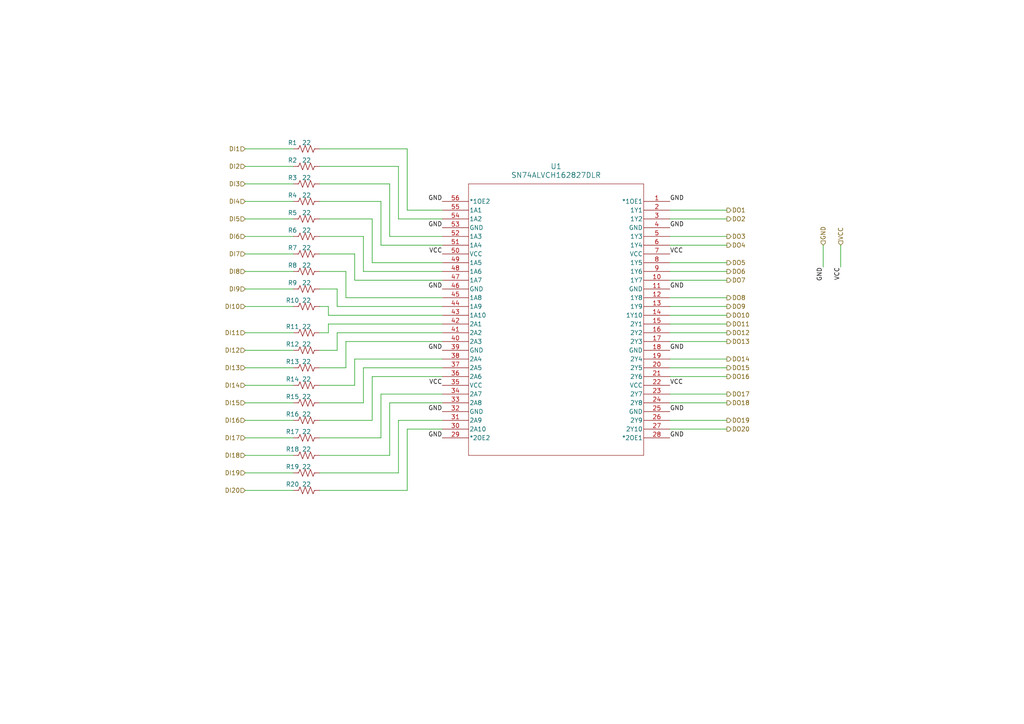
<source format=kicad_sch>
(kicad_sch (version 20231120) (generator "eeschema") (generator_version "8.0")
  (paper "A4")
  (lib_symbols
    (symbol "74ALVCH:SN74ALVCH162827DLR" (pin_names (offset 0.254))
      (property "Reference" "U" (at 33.02 10.16 0))
      (property "Value" "SN74ALVCH162827DLR" (at 33.02 7.62 0))
      (symbol "SN74ALVCH162827DLR_0_1"
        (polyline (pts (xy 7.62 -73.66) (xy 58.42 -73.66)) (stroke (width 0.127)))
        (polyline (pts (xy 7.62 5.08) (xy 7.62 -73.66)) (stroke (width 0.127)))
        (polyline (pts (xy 58.42 -73.66) (xy 58.42 5.08)) (stroke (width 0.127)))
        (polyline (pts (xy 58.42 5.08) (xy 7.62 5.08)) (stroke (width 0.127)))
        (pin input line (at 0 0 0) (length 7.62) (name "*1OE1") (number "1"))
        (pin output line (at 0 -22.86 0) (length 7.62) (name "1Y7") (number "10"))
        (pin power_in line (at 0 -25.4 0) (length 7.62) (name "GND") (number "11"))
        (pin output line (at 0 -27.94 0) (length 7.62) (name "1Y8") (number "12"))
        (pin output line (at 0 -30.48 0) (length 7.62) (name "1Y9") (number "13"))
        (pin output line (at 0 -33.02 0) (length 7.62) (name "1Y10") (number "14"))
        (pin output line (at 0 -35.56 0) (length 7.62) (name "2Y1") (number "15"))
        (pin output line (at 0 -38.1 0) (length 7.62) (name "2Y2") (number "16"))
        (pin output line (at 0 -40.64 0) (length 7.62) (name "2Y3") (number "17"))
        (pin power_in line (at 0 -43.18 0) (length 7.62) (name "GND") (number "18"))
        (pin output line (at 0 -45.72 0) (length 7.62) (name "2Y4") (number "19"))
        (pin output line (at 0 -2.54 0) (length 7.62) (name "1Y1") (number "2"))
        (pin output line (at 0 -48.26 0) (length 7.62) (name "2Y5") (number "20"))
        (pin output line (at 0 -50.8 0) (length 7.62) (name "2Y6") (number "21"))
        (pin power_in line (at 0 -53.34 0) (length 7.62) (name "VCC") (number "22"))
        (pin output line (at 0 -55.88 0) (length 7.62) (name "2Y7") (number "23"))
        (pin output line (at 0 -58.42 0) (length 7.62) (name "2Y8") (number "24"))
        (pin power_in line (at 0 -60.96 0) (length 7.62) (name "GND") (number "25"))
        (pin output line (at 0 -63.5 0) (length 7.62) (name "2Y9") (number "26"))
        (pin output line (at 0 -66.04 0) (length 7.62) (name "2Y10") (number "27"))
        (pin input line (at 0 -68.58 0) (length 7.62) (name "*2OE1") (number "28"))
        (pin input line (at 66.04 -68.58 180) (length 7.62) (name "*2OE2") (number "29"))
        (pin output line (at 0 -5.08 0) (length 7.62) (name "1Y2") (number "3"))
        (pin input line (at 66.04 -66.04 180) (length 7.62) (name "2A10") (number "30"))
        (pin input line (at 66.04 -63.5 180) (length 7.62) (name "2A9") (number "31"))
        (pin power_in line (at 66.04 -60.96 180) (length 7.62) (name "GND") (number "32"))
        (pin input line (at 66.04 -58.42 180) (length 7.62) (name "2A8") (number "33"))
        (pin input line (at 66.04 -55.88 180) (length 7.62) (name "2A7") (number "34"))
        (pin power_in line (at 66.04 -53.34 180) (length 7.62) (name "VCC") (number "35"))
        (pin input line (at 66.04 -50.8 180) (length 7.62) (name "2A6") (number "36"))
        (pin input line (at 66.04 -48.26 180) (length 7.62) (name "2A5") (number "37"))
        (pin input line (at 66.04 -45.72 180) (length 7.62) (name "2A4") (number "38"))
        (pin power_in line (at 66.04 -43.18 180) (length 7.62) (name "GND") (number "39"))
        (pin power_in line (at 0 -7.62 0) (length 7.62) (name "GND") (number "4"))
        (pin input line (at 66.04 -40.64 180) (length 7.62) (name "2A3") (number "40"))
        (pin input line (at 66.04 -38.1 180) (length 7.62) (name "2A2") (number "41"))
        (pin input line (at 66.04 -35.56 180) (length 7.62) (name "2A1") (number "42"))
        (pin input line (at 66.04 -33.02 180) (length 7.62) (name "1A10") (number "43"))
        (pin input line (at 66.04 -30.48 180) (length 7.62) (name "1A9") (number "44"))
        (pin input line (at 66.04 -27.94 180) (length 7.62) (name "1A8") (number "45"))
        (pin power_in line (at 66.04 -25.4 180) (length 7.62) (name "GND") (number "46"))
        (pin input line (at 66.04 -22.86 180) (length 7.62) (name "1A7") (number "47"))
        (pin input line (at 66.04 -20.32 180) (length 7.62) (name "1A6") (number "48"))
        (pin input line (at 66.04 -17.78 180) (length 7.62) (name "1A5") (number "49"))
        (pin output line (at 0 -10.16 0) (length 7.62) (name "1Y3") (number "5"))
        (pin power_in line (at 66.04 -15.24 180) (length 7.62) (name "VCC") (number "50"))
        (pin input line (at 66.04 -12.7 180) (length 7.62) (name "1A4") (number "51"))
        (pin input line (at 66.04 -10.16 180) (length 7.62) (name "1A3") (number "52"))
        (pin power_in line (at 66.04 -7.62 180) (length 7.62) (name "GND") (number "53"))
        (pin input line (at 66.04 -5.08 180) (length 7.62) (name "1A2") (number "54"))
        (pin input line (at 66.04 -2.54 180) (length 7.62) (name "1A1") (number "55"))
        (pin input line (at 66.04 0 180) (length 7.62) (name "*1OE2") (number "56"))
        (pin output line (at 0 -12.7 0) (length 7.62) (name "1Y4") (number "6"))
        (pin power_in line (at 0 -15.24 0) (length 7.62) (name "VCC") (number "7"))
        (pin output line (at 0 -17.78 0) (length 7.62) (name "1Y5") (number "8"))
        (pin output line (at 0 -20.32 0) (length 7.62) (name "1Y6") (number "9"))
      )
    )
    (symbol "Device:R_US" (pin_numbers hide) (pin_names (offset 0))
      (property "Reference" "R" (at 2.54 0 90))
      (property "Value" "R_US" (at -2.54 0 90))
      (symbol "R_US_0_1"
        (polyline (pts (xy 0 -2.286) (xy 0 -2.54)))
        (polyline (pts (xy 0 2.286) (xy 0 2.54)))
        (polyline (pts (xy 0 -0.762) (xy 1.016 -1.143) (xy 0 -1.524) (xy -1.016 -1.905) (xy 0 -2.286)))
        (polyline (pts (xy 0 0.762) (xy 1.016 0.381) (xy 0 0) (xy -1.016 -0.381) (xy 0 -0.762)))
        (polyline (pts (xy 0 2.286) (xy 1.016 1.905) (xy 0 1.524) (xy -1.016 1.143) (xy 0 0.762)))
      )
      (symbol "R_US_1_1"
        (pin passive line (at 0 3.81 270) (length 1.27) (name "~") (number "1"))
        (pin passive line (at 0 -3.81 90) (length 1.27) (name "~") (number "2"))
      )
    )
  )
  (wire (pts (xy 128.27 91.44) (xy 95.25 91.44)))
  (wire (pts (xy 100.33 78.74) (xy 92.71 78.74)))
  (wire (pts (xy 194.31 104.14) (xy 210.82 104.14)))
  (wire (pts (xy 71.12 53.34) (xy 85.09 53.34)))
  (wire (pts (xy 71.12 127) (xy 85.09 127)))
  (wire (pts (xy 128.27 121.92) (xy 115.57 121.92)))
  (wire (pts (xy 100.33 99.06) (xy 100.33 106.68)))
  (wire (pts (xy 71.12 88.9) (xy 85.09 88.9)))
  (wire (pts (xy 128.27 81.28) (xy 102.87 81.28)))
  (wire (pts (xy 128.27 99.06) (xy 100.33 99.06)))
  (wire (pts (xy 128.27 116.84) (xy 113.03 116.84)))
  (wire (pts (xy 113.03 68.58) (xy 128.27 68.58)))
  (wire (pts (xy 71.12 96.52) (xy 85.09 96.52)))
  (wire (pts (xy 194.31 114.3) (xy 210.82 114.3)))
  (wire (pts (xy 128.27 114.3) (xy 110.49 114.3)))
  (wire (pts (xy 102.87 73.66) (xy 92.71 73.66)))
  (wire (pts (xy 128.27 106.68) (xy 105.41 106.68)))
  (wire (pts (xy 194.31 121.92) (xy 210.82 121.92)))
  (wire (pts (xy 115.57 63.5) (xy 115.57 48.26)))
  (wire (pts (xy 115.57 137.16) (xy 92.71 137.16)))
  (wire (pts (xy 107.95 76.2) (xy 107.95 63.5)))
  (wire (pts (xy 128.27 76.2) (xy 107.95 76.2)))
  (wire (pts (xy 105.41 78.74) (xy 105.41 68.58)))
  (wire (pts (xy 110.49 58.42) (xy 92.71 58.42)))
  (wire (pts (xy 100.33 86.36) (xy 100.33 78.74)))
  (wire (pts (xy 71.12 137.16) (xy 85.09 137.16)))
  (wire (pts (xy 71.12 142.24) (xy 85.09 142.24)))
  (wire (pts (xy 128.27 63.5) (xy 115.57 63.5)))
  (wire (pts (xy 194.31 81.28) (xy 210.82 81.28)))
  (wire (pts (xy 71.12 83.82) (xy 85.09 83.82)))
  (wire (pts (xy 71.12 68.58) (xy 85.09 68.58)))
  (wire (pts (xy 238.76 71.12) (xy 238.76 77.47)))
  (wire (pts (xy 128.27 96.52) (xy 97.79 96.52)))
  (wire (pts (xy 102.87 81.28) (xy 102.87 73.66)))
  (wire (pts (xy 71.12 78.74) (xy 85.09 78.74)))
  (wire (pts (xy 71.12 121.92) (xy 85.09 121.92)))
  (wire (pts (xy 71.12 73.66) (xy 85.09 73.66)))
  (wire (pts (xy 97.79 101.6) (xy 92.71 101.6)))
  (wire (pts (xy 92.71 83.82) (xy 97.79 83.82)))
  (wire (pts (xy 128.27 86.36) (xy 100.33 86.36)))
  (wire (pts (xy 194.31 93.98) (xy 210.82 93.98)))
  (wire (pts (xy 95.25 93.98) (xy 95.25 96.52)))
  (wire (pts (xy 71.12 43.18) (xy 85.09 43.18)))
  (wire (pts (xy 71.12 116.84) (xy 85.09 116.84)))
  (wire (pts (xy 194.31 106.68) (xy 210.82 106.68)))
  (wire (pts (xy 194.31 116.84) (xy 210.82 116.84)))
  (wire (pts (xy 102.87 104.14) (xy 102.87 111.76)))
  (wire (pts (xy 128.27 104.14) (xy 102.87 104.14)))
  (wire (pts (xy 105.41 106.68) (xy 105.41 116.84)))
  (wire (pts (xy 71.12 63.5) (xy 85.09 63.5)))
  (wire (pts (xy 194.31 88.9) (xy 210.82 88.9)))
  (wire (pts (xy 113.03 53.34) (xy 92.71 53.34)))
  (wire (pts (xy 102.87 111.76) (xy 92.71 111.76)))
  (wire (pts (xy 71.12 111.76) (xy 85.09 111.76)))
  (wire (pts (xy 107.95 109.22) (xy 107.95 121.92)))
  (wire (pts (xy 71.12 48.26) (xy 85.09 48.26)))
  (wire (pts (xy 194.31 86.36) (xy 210.82 86.36)))
  (wire (pts (xy 110.49 71.12) (xy 110.49 58.42)))
  (wire (pts (xy 194.31 91.44) (xy 210.82 91.44)))
  (wire (pts (xy 194.31 109.22) (xy 210.82 109.22)))
  (wire (pts (xy 128.27 78.74) (xy 105.41 78.74)))
  (wire (pts (xy 194.31 124.46) (xy 210.82 124.46)))
  (wire (pts (xy 110.49 114.3) (xy 110.49 127)))
  (wire (pts (xy 118.11 124.46) (xy 118.11 142.24)))
  (wire (pts (xy 128.27 71.12) (xy 110.49 71.12)))
  (wire (pts (xy 194.31 76.2) (xy 210.82 76.2)))
  (wire (pts (xy 194.31 78.74) (xy 210.82 78.74)))
  (wire (pts (xy 118.11 142.24) (xy 92.71 142.24)))
  (wire (pts (xy 115.57 121.92) (xy 115.57 137.16)))
  (wire (pts (xy 194.31 60.96) (xy 210.82 60.96)))
  (wire (pts (xy 243.84 71.12) (xy 243.84 77.47)))
  (wire (pts (xy 92.71 68.58) (xy 105.41 68.58)))
  (wire (pts (xy 95.25 91.44) (xy 95.25 88.9)))
  (wire (pts (xy 97.79 83.82) (xy 97.79 88.9)))
  (wire (pts (xy 97.79 88.9) (xy 128.27 88.9)))
  (wire (pts (xy 128.27 109.22) (xy 107.95 109.22)))
  (wire (pts (xy 115.57 48.26) (xy 92.71 48.26)))
  (wire (pts (xy 128.27 93.98) (xy 95.25 93.98)))
  (wire (pts (xy 71.12 106.68) (xy 85.09 106.68)))
  (wire (pts (xy 107.95 63.5) (xy 92.71 63.5)))
  (wire (pts (xy 113.03 68.58) (xy 113.03 53.34)))
  (wire (pts (xy 71.12 58.42) (xy 85.09 58.42)))
  (wire (pts (xy 100.33 106.68) (xy 92.71 106.68)))
  (wire (pts (xy 113.03 132.08) (xy 92.71 132.08)))
  (wire (pts (xy 118.11 43.18) (xy 118.11 60.96)))
  (wire (pts (xy 92.71 43.18) (xy 118.11 43.18)))
  (wire (pts (xy 113.03 116.84) (xy 113.03 132.08)))
  (wire (pts (xy 118.11 60.96) (xy 128.27 60.96)))
  (wire (pts (xy 110.49 127) (xy 92.71 127)))
  (wire (pts (xy 194.31 99.06) (xy 210.82 99.06)))
  (wire (pts (xy 128.27 124.46) (xy 118.11 124.46)))
  (wire (pts (xy 107.95 121.92) (xy 92.71 121.92)))
  (wire (pts (xy 194.31 63.5) (xy 210.82 63.5)))
  (wire (pts (xy 71.12 132.08) (xy 85.09 132.08)))
  (wire (pts (xy 71.12 101.6) (xy 85.09 101.6)))
  (wire (pts (xy 95.25 88.9) (xy 92.71 88.9)))
  (wire (pts (xy 194.31 68.58) (xy 210.82 68.58)))
  (wire (pts (xy 97.79 96.52) (xy 97.79 101.6)))
  (wire (pts (xy 194.31 71.12) (xy 210.82 71.12)))
  (wire (pts (xy 194.31 96.52) (xy 210.82 96.52)))
  (wire (pts (xy 95.25 96.52) (xy 92.71 96.52)))
  (wire (pts (xy 105.41 116.84) (xy 92.71 116.84)))
  (label "GND" (at 128.27 119.38 180))
  (label "GND" (at 194.31 101.6 0))
  (label "VCC" (at 243.84 77.47 270))
  (label "VCC" (at 194.31 111.76 0))
  (label "GND" (at 128.27 58.42 180))
  (label "GND" (at 128.27 83.82 180))
  (label "GND" (at 194.31 83.82 0))
  (label "GND" (at 128.27 66.04 180))
  (label "GND" (at 194.31 58.42 0))
  (label "GND" (at 194.31 66.04 0))
  (label "VCC" (at 194.31 73.66 0))
  (label "VCC" (at 128.27 73.66 180))
  (label "GND" (at 194.31 127 0))
  (label "GND" (at 194.31 119.38 0))
  (label "VCC" (at 128.27 111.76 180))
  (label "GND" (at 128.27 127 180))
  (label "GND" (at 238.76 77.47 270))
  (label "GND" (at 128.27 101.6 180))
  (hierarchical_label "DI7" (shape input) (at 71.12 73.66 180))
  (hierarchical_label "DO7" (shape output) (at 210.82 81.28 0))
  (hierarchical_label "DO13" (shape output) (at 210.82 99.06 0))
  (hierarchical_label "DI4" (shape input) (at 71.12 58.42 180))
  (hierarchical_label "DI14" (shape input) (at 71.12 111.76 180))
  (hierarchical_label "DI10" (shape input) (at 71.12 88.9 180))
  (hierarchical_label "DI16" (shape input) (at 71.12 121.92 180))
  (hierarchical_label "DI18" (shape input) (at 71.12 132.08 180))
  (hierarchical_label "DO11" (shape output) (at 210.82 93.98 0))
  (hierarchical_label "DO15" (shape output) (at 210.82 106.68 0))
  (hierarchical_label "DO18" (shape output) (at 210.82 116.84 0))
  (hierarchical_label "DI6" (shape input) (at 71.12 68.58 180))
  (hierarchical_label "DO17" (shape output) (at 210.82 114.3 0))
  (hierarchical_label "DI9" (shape input) (at 71.12 83.82 180))
  (hierarchical_label "DO8" (shape output) (at 210.82 86.36 0))
  (hierarchical_label "GND" (shape input) (at 238.76 71.12 90))
  (hierarchical_label "DO6" (shape output) (at 210.82 78.74 0))
  (hierarchical_label "DO1" (shape output) (at 210.82 60.96 0))
  (hierarchical_label "DI20" (shape input) (at 71.12 142.24 180))
  (hierarchical_label "DI8" (shape input) (at 71.12 78.74 180))
  (hierarchical_label "VCC" (shape input) (at 243.84 71.12 90))
  (hierarchical_label "DO19" (shape output) (at 210.82 121.92 0))
  (hierarchical_label "DI13" (shape input) (at 71.12 106.68 180))
  (hierarchical_label "DO16" (shape output) (at 210.82 109.22 0))
  (hierarchical_label "DO9" (shape output) (at 210.82 88.9 0))
  (hierarchical_label "DI15" (shape input) (at 71.12 116.84 180))
  (hierarchical_label "DO4" (shape output) (at 210.82 71.12 0))
  (hierarchical_label "DI19" (shape input) (at 71.12 137.16 180))
  (hierarchical_label "DO2" (shape output) (at 210.82 63.5 0))
  (hierarchical_label "DO14" (shape output) (at 210.82 104.14 0))
  (hierarchical_label "DO20" (shape output) (at 210.82 124.46 0))
  (hierarchical_label "DI2" (shape input) (at 71.12 48.26 180))
  (hierarchical_label "DI5" (shape input) (at 71.12 63.5 180))
  (hierarchical_label "DI3" (shape input) (at 71.12 53.34 180))
  (hierarchical_label "DO10" (shape output) (at 210.82 91.44 0))
  (hierarchical_label "DO12" (shape output) (at 210.82 96.52 0))
  (hierarchical_label "DO5" (shape output) (at 210.82 76.2 0))
  (hierarchical_label "DI17" (shape input) (at 71.12 127 180))
  (hierarchical_label "DI12" (shape input) (at 71.12 101.6 180))
  (hierarchical_label "DO3" (shape output) (at 210.82 68.58 0))
  (hierarchical_label "DI11" (shape input) (at 71.12 96.52 180))
  (hierarchical_label "DI1" (shape input) (at 71.12 43.18 180))
  (symbol (lib_id "Device:R_US") (at 88.9 142.24 90) (unit 1)
    (property "Reference" "R20" (at 84.836 140.462 90))
    (property "Value" "22" (at 88.9 140.462 90))
    (property "Description" "Resistor, US symbol" (effects (hide yes)))
  )
  (symbol (lib_id "Device:R_US") (at 88.9 96.52 90) (unit 1)
    (property "Reference" "R11" (at 84.836 94.742 90))
    (property "Value" "22" (at 88.9 94.742 90))
    (property "Description" "Resistor, US symbol" (effects (hide yes)))
  )
  (symbol (lib_id "Device:R_US") (at 88.9 53.34 90) (unit 1)
    (property "Reference" "R3" (at 84.836 51.562 90))
    (property "Value" "22" (at 88.9 51.562 90))
    (property "Description" "Resistor, US symbol" (effects (hide yes)))
  )
  (symbol (lib_id "Device:R_US") (at 88.9 137.16 90) (unit 1)
    (property "Reference" "R19" (at 84.836 135.382 90))
    (property "Value" "22" (at 88.9 135.382 90))
    (property "Description" "Resistor, US symbol" (effects (hide yes)))
  )
  (symbol (lib_id "Device:R_US") (at 88.9 78.74 90) (unit 1)
    (property "Reference" "R8" (at 84.836 76.962 90))
    (property "Value" "22" (at 88.9 76.962 90))
    (property "Description" "Resistor, US symbol" (effects (hide yes)))
  )
  (symbol (lib_id "Device:R_US") (at 88.9 68.58 90) (unit 1)
    (property "Reference" "R6" (at 84.836 66.802 90))
    (property "Value" "22" (at 88.9 66.802 90))
    (property "Description" "Resistor, US symbol" (effects (hide yes)))
  )
  (symbol (lib_id "Device:R_US") (at 88.9 83.82 90) (unit 1)
    (property "Reference" "R9" (at 84.836 82.042 90))
    (property "Value" "22" (at 88.9 82.042 90))
    (property "Description" "Resistor, US symbol" (effects (hide yes)))
  )
  (symbol (lib_id "Device:R_US") (at 88.9 127 90) (unit 1)
    (property "Reference" "R17" (at 84.836 125.222 90))
    (property "Value" "22" (at 88.9 125.222 90))
    (property "Description" "Resistor, US symbol" (effects (hide yes)))
  )
  (symbol (lib_id "Device:R_US") (at 88.9 63.5 90) (unit 1)
    (property "Reference" "R5" (at 84.836 61.722 90))
    (property "Value" "22" (at 88.9 61.722 90))
    (property "Description" "Resistor, US symbol" (effects (hide yes)))
  )
  (symbol (lib_id "Device:R_US") (at 88.9 58.42 90) (unit 1)
    (property "Reference" "R4" (at 84.836 56.642 90))
    (property "Value" "22" (at 88.9 56.642 90))
    (property "Description" "Resistor, US symbol" (effects (hide yes)))
  )
  (symbol (lib_id "Device:R_US") (at 88.9 48.26 90) (unit 1)
    (property "Reference" "R2" (at 84.836 46.482 90))
    (property "Value" "22" (at 88.9 46.482 90))
    (property "Description" "Resistor, US symbol" (effects (hide yes)))
  )
  (symbol (lib_id "Device:R_US") (at 88.9 101.6 90) (unit 1)
    (property "Reference" "R12" (at 84.836 99.822 90))
    (property "Value" "22" (at 88.9 99.822 90))
    (property "Description" "Resistor, US symbol" (effects (hide yes)))
  )
  (symbol (lib_id "Device:R_US") (at 88.9 111.76 90) (unit 1)
    (property "Reference" "R14" (at 84.836 109.982 90))
    (property "Value" "22" (at 88.9 109.982 90))
    (property "Description" "Resistor, US symbol" (effects (hide yes)))
  )
  (symbol (lib_id "Device:R_US") (at 88.9 43.18 90) (unit 1)
    (property "Reference" "R1" (at 84.836 41.402 90))
    (property "Value" "22" (at 88.9 41.402 90))
    (property "Description" "Resistor, US symbol" (effects (hide yes)))
  )
  (symbol (lib_id "Device:R_US") (at 88.9 132.08 90) (unit 1)
    (property "Reference" "R18" (at 84.836 130.302 90))
    (property "Value" "22" (at 88.9 130.302 90))
    (property "Description" "Resistor, US symbol" (effects (hide yes)))
  )
  (symbol (lib_id "Device:R_US") (at 88.9 106.68 90) (unit 1)
    (property "Reference" "R13" (at 84.836 104.902 90))
    (property "Value" "22" (at 88.9 104.902 90))
    (property "Description" "Resistor, US symbol" (effects (hide yes)))
  )
  (symbol (lib_id "Device:R_US") (at 88.9 73.66 90) (unit 1)
    (property "Reference" "R7" (at 84.836 71.882 90))
    (property "Value" "22" (at 88.9 71.882 90))
    (property "Description" "Resistor, US symbol" (effects (hide yes)))
  )
  (symbol (lib_id "Device:R_US") (at 88.9 121.92 90) (unit 1)
    (property "Reference" "R16" (at 84.836 120.142 90))
    (property "Value" "22" (at 88.9 120.142 90))
    (property "Description" "Resistor, US symbol" (effects (hide yes)))
  )
  (symbol (lib_id "74ALVCH:SN74ALVCH162827DLR") (at 194.31 58.42 0) (mirror y) (unit 1)
    (property "Reference" "U1" (at 161.29 48.26 0) (effects (font (size 1.524 1.524))))
    (property "Value" "SN74ALVCH162827DLR" (at 161.29 50.8 0) (effects (font (size 1.524 1.524))))
    (property "Footprint" "DL56" (effects (hide yes)))
    (property "Datasheet" "SN74ALVCH162827DLR" (effects (hide yes)))
  )
  (symbol (lib_id "Device:R_US") (at 88.9 88.9 90) (unit 1)
    (property "Reference" "R10" (at 84.836 87.122 90))
    (property "Value" "22" (at 88.9 87.122 90))
    (property "Description" "Resistor, US symbol" (effects (hide yes)))
  )
  (symbol (lib_id "Device:R_US") (at 88.9 116.84 90) (unit 1)
    (property "Reference" "R15" (at 84.836 115.062 90))
    (property "Value" "22" (at 88.9 115.062 90))
    (property "Description" "Resistor, US symbol" (effects (hide yes)))
  )
)
</source>
